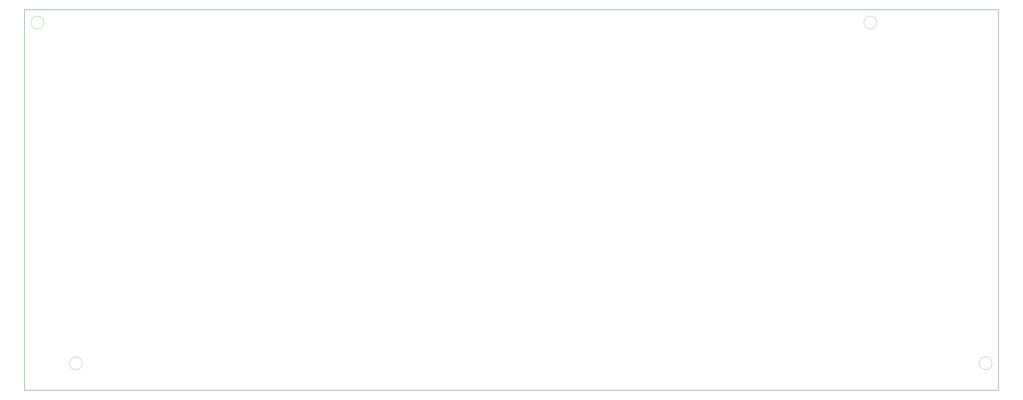
<source format=gbr>
%TF.GenerationSoftware,KiCad,Pcbnew,8.0.0*%
%TF.CreationDate,2025-05-08T15:49:05+08:00*%
%TF.ProjectId,keyboard,6b657962-6f61-4726-942e-6b696361645f,1.0*%
%TF.SameCoordinates,Original*%
%TF.FileFunction,Profile,NP*%
%FSLAX46Y46*%
G04 Gerber Fmt 4.6, Leading zero omitted, Abs format (unit mm)*
G04 Created by KiCad (PCBNEW 8.0.0) date 2025-05-08 15:49:05*
%MOMM*%
%LPD*%
G01*
G04 APERTURE LIST*
%TA.AperFunction,Profile*%
%ADD10C,0.050000*%
%TD*%
%TA.AperFunction,Profile*%
%ADD11C,0.200000*%
%TD*%
G04 APERTURE END LIST*
D10*
X62500000Y-42000000D02*
G75*
G02*
X57500000Y-42000000I-2500000J0D01*
G01*
X57500000Y-42000000D02*
G75*
G02*
X62500000Y-42000000I2500000J0D01*
G01*
X387500000Y-42000000D02*
G75*
G02*
X382500000Y-42000000I-2500000J0D01*
G01*
X382500000Y-42000000D02*
G75*
G02*
X387500000Y-42000000I2500000J0D01*
G01*
X77500000Y-175000000D02*
G75*
G02*
X72500000Y-175000000I-2500000J0D01*
G01*
X72500000Y-175000000D02*
G75*
G02*
X77500000Y-175000000I2500000J0D01*
G01*
X432500000Y-175000000D02*
G75*
G02*
X427500000Y-175000000I-2500000J0D01*
G01*
X427500000Y-175000000D02*
G75*
G02*
X432500000Y-175000000I2500000J0D01*
G01*
D11*
X55000000Y-37000000D02*
X435000000Y-37000000D01*
X435000000Y-185500000D01*
X55000000Y-185500000D01*
X55000000Y-37000000D01*
M02*

</source>
